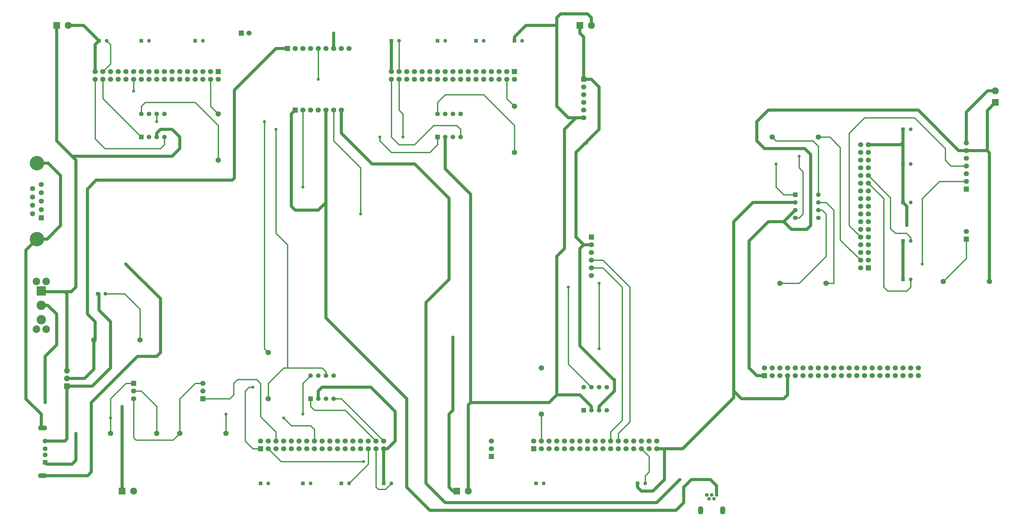
<source format=gbr>
G04 DipTrace 3.3.1.3*
G04 Bottom.gbr*
%MOIN*%
G04 #@! TF.FileFunction,Copper,L2,Bot*
G04 #@! TF.Part,Single*
%AMOUTLINE0*
4,1,8,
-0.009039,0.021824,
0.009039,0.021824,
0.021824,0.009039,
0.021824,-0.009039,
0.009039,-0.021824,
-0.009039,-0.021824,
-0.021824,-0.009039,
-0.021824,0.009039,
-0.009039,0.021824,
0*%
G04 #@! TA.AperFunction,Conductor*
%ADD13C,0.03937*%
%ADD14C,0.016*%
G04 #@! TA.AperFunction,ComponentPad*
%ADD16C,0.07*%
%ADD17C,0.07*%
%ADD18R,0.066929X0.066929*%
%ADD19C,0.066929*%
%ADD20C,0.05*%
%ADD21R,0.05X0.05*%
%ADD22R,0.090551X0.090551*%
%ADD23C,0.090551*%
%ADD24R,0.066535X0.066535*%
%ADD25C,0.066535*%
%ADD26C,0.187402*%
%ADD27C,0.062992*%
%ADD28R,0.062992X0.062992*%
%ADD29O,0.11811X0.062992*%
%ADD31R,0.074803X0.074803*%
%ADD32C,0.074803*%
%ADD33R,0.122047X0.122047*%
%ADD34C,0.122047*%
%ADD35C,0.098425*%
%ADD36R,0.059055X0.059055*%
%ADD37C,0.059055*%
%ADD38C,0.047244*%
%ADD39O,0.066929X0.106299*%
G04 #@! TA.AperFunction,ViaPad*
%ADD40C,0.04*%
G04 #@! TA.AperFunction,ComponentPad*
%ADD98OUTLINE0*%
%FSLAX26Y26*%
G04*
G70*
G90*
G75*
G01*
G04 Bottom*
%LPD*%
X1159055Y2283858D2*
D13*
X1388976D1*
X1509055Y2403937D1*
Y2783858D1*
X1524016D1*
Y3018898D1*
X1424016Y3118898D1*
Y4745446D1*
X1538055Y4859486D1*
X3306276D1*
X3335278Y4888488D1*
Y6030160D1*
X3874016Y6568898D1*
X4024016D1*
X13224016Y5868898D2*
X13120016Y5764898D1*
Y5243898D1*
X12849016D1*
X1159055Y2383858D2*
Y3383858D1*
X1132016Y3410898D1*
X832016D1*
X824016Y3418898D1*
X1024016Y6868898D2*
Y5368898D1*
X1224016Y5168898D1*
X2524016D1*
X2624016Y5268898D1*
Y5418898D1*
X2524016Y5518898D1*
X2374016D1*
X2324016Y5468898D1*
Y5418898D1*
X1132016Y3410898D2*
X1216016D1*
X1274016Y3468898D1*
Y5118898D1*
X1224016Y5168898D1*
X8074016Y1868898D2*
Y1918898D1*
X8274016Y2118898D1*
Y2268898D1*
X1874016Y1918898D2*
Y818898D1*
X6174016Y2818898D2*
Y1868898D1*
X12849016Y5243898D2*
X12749016D1*
X12224016Y5768898D1*
X10274016D1*
X10124016Y5618898D1*
Y5368898D1*
X10224016Y5268898D1*
X10747543D1*
X10824016Y5192425D1*
Y4268898D1*
X10774016Y4218898D1*
X10574016D1*
X10474016Y4318898D1*
X10624016Y4468898D1*
X13120016Y5243898D2*
X13149016Y5214898D1*
Y3543898D1*
X10224016Y2318898D2*
X10124016D1*
X10024016Y2418898D1*
Y4068898D1*
X10274016Y4318898D1*
X10474016D1*
X7874016Y6168898D2*
Y6718898D1*
X7824016Y6768898D1*
Y6868898D1*
X7911020Y5339370D2*
Y5355902D1*
X8074016Y5518898D1*
Y6068898D1*
X7974016Y6168898D1*
X7874016D1*
X7974016Y4018898D2*
X7874016D1*
X7774016Y4118898D1*
Y5218898D1*
X7894488Y5339370D1*
X7911020D1*
X8274016Y2268898D2*
X8262543D1*
X7824016Y2707425D1*
Y3968898D1*
X7874016Y4018898D1*
X6174016Y1868898D2*
X6124016Y1818898D1*
Y868898D1*
X6174016Y818898D1*
X6224016D1*
X6074016Y5418898D2*
Y5005917D1*
X6403016Y4676917D1*
Y1968898D1*
X7424016D1*
X7524016Y2068898D1*
X7824016D1*
X7974016Y1918898D1*
Y1868898D1*
X874016Y1468898D2*
X1130051D1*
X1159055Y1497902D1*
Y2183858D1*
X5274016Y918898D2*
Y1368898D1*
X12849016Y5343898D2*
Y5743898D1*
X13124016Y6018898D1*
X13224016D1*
X8574016Y918898D2*
Y868898D1*
X8624016Y818898D1*
X8774016D1*
X8924016Y968898D1*
Y1368898D1*
X8824016D1*
X1524016Y6268898D2*
Y6618898D1*
X1574016Y6668898D1*
X7524016Y2068898D2*
Y3868898D1*
X7624016Y3968898D1*
X7874016Y5668898D2*
X7674016D1*
X7524016Y5818898D1*
Y6868898D1*
X7124016D1*
X6974016Y6718898D1*
Y6668898D1*
X8824016Y1368898D2*
X9160232D1*
X9824016Y2032681D1*
Y2118898D1*
Y2818898D1*
X4624016Y6768898D2*
Y6568898D1*
X11574016Y5318898D2*
X11995016D1*
X12024016Y5347898D1*
Y5068898D1*
X6374016Y818898D2*
Y1939898D1*
X6403016Y1968898D1*
X5374016Y6668898D2*
Y6268898D1*
X12024016Y4068898D2*
Y3568898D1*
Y5347898D2*
Y5518898D1*
X1159055Y2183858D2*
X1488976D1*
X1724016Y2418898D1*
Y3018898D1*
X1574016Y3168898D1*
Y3383858D1*
X1559055D1*
X5274016Y1368898D2*
X5324016D1*
X5424016Y1468898D1*
Y1852890D1*
X5108008Y2168898D1*
X4474016D1*
X4424016Y2118898D1*
Y2018898D1*
X9824016Y2818898D2*
Y4318898D1*
X10074016Y4568898D1*
X10624016D1*
X9824016Y2118898D2*
X9924016Y2018898D1*
X10474016D1*
X10524016Y2068898D1*
Y2318898D1*
X1574016Y6668898D2*
X1374016Y6868898D1*
X1174016D1*
X7524016D2*
Y6968898D1*
X7574016Y7018898D1*
X7924016D1*
X7974016Y6968898D1*
Y6868898D1*
X7624016Y3968898D2*
Y5518898D1*
X7774016Y5668898D1*
X7874016D1*
X12024016Y4568898D2*
X12074016Y4518898D1*
Y4268898D1*
X12024016Y5068898D2*
Y4568898D1*
X768110Y5078937D2*
X913976D1*
X1074016Y4918898D1*
Y4268898D1*
X900197Y4095079D1*
X768110D1*
X624409Y3951378D1*
Y3771832D1*
Y2018504D1*
X824016Y1818898D1*
Y1640157D1*
X840551D1*
Y1022047D2*
X1427165D1*
X1474016Y1068898D1*
Y1968898D1*
X2074016Y2568898D1*
X2324016D1*
X2374016Y2618898D1*
Y3318898D1*
X1921081Y3771832D1*
X7974016Y2168898D2*
D14*
X7674016Y2468898D1*
Y3468898D1*
X11024016Y3518898D2*
X11124016D1*
Y4468898D1*
X11024016Y4568898D1*
X10924016D1*
X3774016Y2618898D2*
X3724016Y2668898D1*
Y5618898D1*
X2924016Y2218898D2*
X2824016D1*
X2624016Y2018898D1*
Y1568898D1*
X2539016Y1483898D1*
X2053016D1*
X2024016Y1512898D1*
Y2018898D1*
X1624016Y6168898D2*
Y5918898D1*
X2124016Y5418898D1*
X5224016D2*
Y5368898D1*
X5374016Y5218898D1*
X5874016D1*
X5974016Y5318898D1*
Y5418898D1*
X5524016D2*
Y5718898D1*
X5474016Y5768898D1*
Y6168898D1*
X6274016Y5418898D2*
Y5518898D1*
X6224016Y5568898D1*
X5924016D1*
X5674016Y5318898D1*
X5474016D1*
X5374016Y5418898D1*
Y6168898D1*
X1524016D2*
Y5397370D1*
X1652488Y5268898D1*
X2374016D1*
X2424016Y5318898D1*
Y5418898D1*
X10674016Y5168898D2*
Y5018898D1*
X10724016Y4968898D1*
Y4418898D1*
X10674016Y4368898D1*
X10624016D1*
X7324016Y1468898D2*
Y1818898D1*
X5274016Y1468898D2*
X4724016Y2018898D1*
X4624016D1*
X10374016Y5068898D2*
Y4768898D1*
X10474016Y4668898D1*
X10624016D1*
X3224016Y1818898D2*
Y1568898D1*
X4324016Y2318898D2*
X4224016Y2218898D1*
Y1818898D1*
X5174016Y1468898D2*
X4774016Y1868898D1*
X4374016D1*
X4324016Y1918898D1*
Y2018898D1*
X874016Y1193307D2*
D13*
X898425Y1168898D1*
X1224016D1*
X1274016Y1218898D1*
Y1568898D1*
X874016Y1968898D2*
Y2568898D1*
X1024016Y2718898D1*
Y3118898D1*
X909055Y3233858D1*
X824016D1*
X3124016Y5118898D2*
D14*
Y5568898D1*
X2824016Y5868898D1*
X2174016D1*
X2124016Y5818898D1*
Y5718898D1*
X10324016Y5418898D2*
X10374016Y5368898D1*
X10856016D1*
X10924016Y5300898D1*
Y4668898D1*
X4124016Y5768898D2*
D13*
X4074016Y5718898D1*
Y4518898D1*
X4124016Y4468898D1*
X4424016D1*
X4524016Y4568898D1*
Y5768898D1*
Y3068898D1*
X5574016Y2018898D1*
Y868898D1*
X5874016Y568898D1*
X9074016D1*
X9174016Y668898D1*
Y868898D1*
X9274016Y968898D1*
X9521000D1*
X9600000Y889898D1*
Y768898D1*
X3574016Y2168898D2*
D14*
X3524016D1*
X3474016Y2118898D1*
Y1468898D1*
X3574016Y1368898D1*
X3674016D1*
X6974016Y5218898D2*
Y5568898D1*
X6574016Y5968898D1*
X6074016D1*
X5974016Y5868898D1*
Y5718898D1*
X5015016Y1202437D2*
X3940476D1*
X3774016Y1368898D1*
X1659055Y3383858D2*
X1909055D1*
X2109055Y3183858D1*
Y2783858D1*
X4424016Y6168898D2*
Y6568898D1*
X2024016Y6015906D2*
Y6168898D1*
X7974016Y3818898D2*
X8124016D1*
X8474016Y3468898D1*
Y1718898D1*
X8324016Y1568898D1*
Y1468898D1*
X7974016Y3718898D2*
X8124016D1*
X8374016Y3468898D1*
Y1739299D1*
X8224016Y1589299D1*
Y1468898D1*
X2924016Y2018898D2*
X3274016D1*
X3324016Y2068898D1*
Y2218898D1*
X3374016Y2268898D1*
X3624016D1*
X3674192Y2218722D1*
Y1788356D1*
X3874016Y1588531D1*
Y1468898D1*
X12849016Y4843898D2*
X12499016D1*
X12274016Y4618898D1*
Y3768898D1*
X11474016Y4118898D2*
X11324016Y4268898D1*
Y5469362D1*
X11523551Y5668898D1*
X12174016D1*
X12574016Y5268898D1*
Y5118898D1*
X12649016Y5043898D1*
X12849016D1*
X3974016Y1768898D2*
X4074016Y1668898D1*
X4324016D1*
X4374016Y1618898D1*
Y1468898D1*
X2024016Y2218898D2*
X1924016D1*
X1724016Y2018898D1*
Y1768898D1*
Y1568898D1*
X10424016Y3518898D2*
X10674016D1*
X11024016Y3868898D1*
Y4418898D1*
X10974016Y4468898D1*
X10924016D1*
X4524016Y2318898D2*
Y2368898D1*
X4474016Y2418898D1*
X4024016D1*
X3974016D1*
X3774016Y2218898D1*
Y2018898D1*
X2324016Y5618898D2*
Y5718898D1*
X4024016Y2418898D2*
Y4018898D1*
X3874016Y4168898D1*
Y5518898D1*
X8074016Y2668898D2*
Y3518898D1*
X4724016Y5768898D2*
D13*
Y5468898D1*
X5124016Y5068898D1*
X5677398D1*
X6124016Y4622280D1*
Y3568898D1*
X5824016Y3268898D1*
Y918898D1*
X6074016Y668898D1*
X8824016D1*
X9124016Y968898D1*
X4974016Y4418898D2*
D14*
Y5018898D1*
X4624016Y5368898D1*
Y5768898D1*
X4224016Y4771583D2*
Y5768898D1*
X2024016Y2118898D2*
X2124016D1*
X2324016Y1918898D1*
Y1568898D1*
X6874016Y6168898D2*
Y5918898D1*
X6974016Y5818898D1*
X3024016Y6168898D2*
Y5818898D1*
X3124016Y5718898D1*
X11474016Y3818898D2*
X11208383Y4084530D1*
Y5284530D1*
X11074016Y5418898D1*
X10924016D1*
X12549016Y3543898D2*
X12849016Y3843898D1*
Y4093898D1*
X5374016Y918898D2*
X5299016Y843898D1*
X5203016D1*
X5174016Y872898D1*
Y1368898D1*
X4824016Y918898D2*
X5074016Y1168898D1*
Y1368898D1*
X8674016Y918898D2*
Y1018898D1*
X8724016Y1068898D1*
Y1268898D1*
X8624016Y1368898D1*
X1674016Y6668898D2*
X1724016Y6618898D1*
Y6368898D1*
X1624016Y6268898D1*
X12124016Y4068898D2*
Y4114898D1*
X12070016Y4168898D1*
X11924016D1*
X11861731Y4231182D1*
Y4631182D1*
X11574016Y4918898D1*
X12124016Y3568898D2*
Y3468898D1*
X12074016Y3418898D1*
X11824016D1*
X11774016Y3468898D1*
Y4618898D1*
X11574016Y4818898D1*
X5474016Y6668898D2*
Y6268898D1*
D40*
X1921081Y3771832D3*
X624409D3*
X1274016Y1568898D3*
X874016Y1968898D3*
X9124016Y968898D3*
D3*
X7911020Y5339370D3*
X1874016Y1918898D3*
X6174016Y1868898D3*
X8274016Y2268898D3*
X6174016Y2818898D3*
X9824016D3*
X4624016Y6768898D3*
X12074016Y4268898D3*
X7624016Y3968898D3*
X7674016Y3468898D3*
X3724016Y5618898D3*
X5224016Y5418898D3*
X5524016D3*
X10674016Y5168898D3*
X10374016Y5068898D3*
X3224016Y1818898D3*
X4224016D3*
X3574016Y2168898D3*
X5015016Y1202437D3*
X4424016Y6168898D3*
X2024016Y6015906D3*
X12274016Y3768898D3*
X3974016Y1768898D3*
X1724016D3*
X2324016Y5618898D3*
X3874016Y5518898D3*
X8074016Y3518898D3*
Y2668898D3*
X4974016Y4418898D3*
X4224016Y4771583D3*
D16*
X3774016Y2018898D3*
D17*
Y2618898D3*
D16*
X13149016Y3543898D3*
D17*
X12549016D3*
D18*
X7974016Y4118898D3*
D19*
Y4018898D3*
Y3918898D3*
Y3818898D3*
Y3718898D3*
Y3618898D3*
D18*
X7874016Y6168898D3*
D19*
Y6068898D3*
Y5968898D3*
Y5868898D3*
Y5768898D3*
Y5668898D3*
D20*
X1659055Y3383858D3*
D21*
X1559055D3*
D20*
X3774016Y918898D3*
D21*
X3674016D3*
D20*
X5374016D3*
D21*
X5274016D3*
D20*
X4824016D3*
D21*
X4724016D3*
D20*
X4324016D3*
D21*
X4224016D3*
D20*
X7355512D3*
D21*
X7255512D3*
D20*
X8674016D3*
D21*
X8574016D3*
D20*
X2224016Y6668898D3*
D21*
X2124016D3*
D20*
X1674016D3*
D21*
X1574016D3*
D20*
X2924016D3*
D21*
X2824016D3*
D20*
X12124016Y5518898D3*
D21*
X12024016D3*
D20*
X12124016Y5068898D3*
D21*
X12024016D3*
D20*
X12124016Y4568898D3*
D21*
X12024016D3*
D20*
X12124016Y4068898D3*
D21*
X12024016D3*
D20*
X12124016Y3568898D3*
D21*
X12024016D3*
D20*
X5474016Y6668898D3*
D21*
X5374016D3*
D20*
X6074016D3*
D21*
X5974016D3*
D20*
X6574016D3*
D21*
X6474016D3*
D20*
X7074016D3*
D21*
X6974016D3*
D18*
X2924016Y2018898D3*
D19*
Y2118898D3*
Y2218898D3*
D18*
X4024016Y6568898D3*
D19*
X4124016D3*
X4224016D3*
X4324016D3*
X4424016D3*
X4524016D3*
X4624016D3*
X4724016D3*
X4824016D3*
D18*
X12849016Y4093898D3*
D19*
Y4193898D3*
D18*
X3124016Y6268898D3*
D19*
Y6168898D3*
X3024016Y6268898D3*
Y6168898D3*
X2924016Y6268898D3*
Y6168898D3*
X2824016Y6268898D3*
Y6168898D3*
X2724016Y6268898D3*
Y6168898D3*
X2624016Y6268898D3*
Y6168898D3*
X2524016Y6268898D3*
Y6168898D3*
X2424016Y6268898D3*
Y6168898D3*
X2324016Y6268898D3*
Y6168898D3*
X2224016Y6268898D3*
Y6168898D3*
X2124016Y6268898D3*
Y6168898D3*
X2024016Y6268898D3*
Y6168898D3*
X1924016Y6268898D3*
Y6168898D3*
X1824016Y6268898D3*
Y6168898D3*
X1724016Y6268898D3*
Y6168898D3*
X1624016Y6268898D3*
Y6168898D3*
X1524016Y6268898D3*
Y6168898D3*
D18*
X6974016Y6268898D3*
D19*
Y6168898D3*
X6874016Y6268898D3*
Y6168898D3*
X6774016Y6268898D3*
Y6168898D3*
X6674016Y6268898D3*
Y6168898D3*
X6574016Y6268898D3*
Y6168898D3*
X6474016Y6268898D3*
Y6168898D3*
X6374016Y6268898D3*
Y6168898D3*
X6274016Y6268898D3*
Y6168898D3*
X6174016Y6268898D3*
Y6168898D3*
X6074016Y6268898D3*
Y6168898D3*
X5974016Y6268898D3*
Y6168898D3*
X5874016Y6268898D3*
Y6168898D3*
X5774016Y6268898D3*
Y6168898D3*
X5674016Y6268898D3*
Y6168898D3*
X5574016Y6268898D3*
Y6168898D3*
X5474016Y6268898D3*
Y6168898D3*
X5374016Y6268898D3*
Y6168898D3*
D18*
X11574016Y3718898D3*
D19*
X11474016D3*
X11574016Y3818898D3*
X11474016D3*
X11574016Y3918898D3*
X11474016D3*
X11574016Y4018898D3*
X11474016D3*
X11574016Y4118898D3*
X11474016D3*
X11574016Y4218898D3*
X11474016D3*
X11574016Y4318898D3*
X11474016D3*
X11574016Y4418898D3*
X11474016D3*
X11574016Y4518898D3*
X11474016D3*
X11574016Y4618898D3*
X11474016D3*
X11574016Y4718898D3*
X11474016D3*
X11574016Y4818898D3*
X11474016D3*
X11574016Y4918898D3*
X11474016D3*
X11574016Y5018898D3*
X11474016D3*
X11574016Y5118898D3*
X11474016D3*
X11574016Y5218898D3*
X11474016D3*
X11574016Y5318898D3*
X11474016D3*
D18*
X7224016Y1368898D3*
D19*
Y1468898D3*
X7324016Y1368898D3*
Y1468898D3*
X7424016Y1368898D3*
Y1468898D3*
X7524016Y1368898D3*
Y1468898D3*
X7624016Y1368898D3*
Y1468898D3*
X7724016Y1368898D3*
Y1468898D3*
X7824016Y1368898D3*
Y1468898D3*
X7924016Y1368898D3*
Y1468898D3*
X8024016Y1368898D3*
Y1468898D3*
X8124016Y1368898D3*
Y1468898D3*
X8224016Y1368898D3*
Y1468898D3*
X8324016Y1368898D3*
Y1468898D3*
X8424016Y1368898D3*
Y1468898D3*
X8524016Y1368898D3*
Y1468898D3*
X8624016Y1368898D3*
Y1468898D3*
X8724016Y1368898D3*
Y1468898D3*
X8824016Y1368898D3*
Y1468898D3*
D18*
X3674016Y1368898D3*
D19*
Y1468898D3*
X3774016Y1368898D3*
Y1468898D3*
X3874016Y1368898D3*
Y1468898D3*
X3974016Y1368898D3*
Y1468898D3*
X4074016Y1368898D3*
Y1468898D3*
X4174016Y1368898D3*
Y1468898D3*
X4274016Y1368898D3*
Y1468898D3*
X4374016Y1368898D3*
Y1468898D3*
X4474016Y1368898D3*
Y1468898D3*
X4574016Y1368898D3*
Y1468898D3*
X4674016Y1368898D3*
Y1468898D3*
X4774016Y1368898D3*
Y1468898D3*
X4874016Y1368898D3*
Y1468898D3*
X4974016Y1368898D3*
Y1468898D3*
X5074016Y1368898D3*
Y1468898D3*
X5174016Y1368898D3*
Y1468898D3*
X5274016Y1368898D3*
Y1468898D3*
D22*
X7824016Y6868898D3*
D23*
X7974016D3*
D24*
X824016Y4368898D3*
D25*
Y4477953D3*
Y4587008D3*
Y4696063D3*
Y4805118D3*
X712205Y4423425D3*
Y4532480D3*
Y4641535D3*
Y4750591D3*
D26*
X768111Y4095079D3*
Y5078937D3*
D18*
X3424016Y6768898D3*
D19*
X3524016D3*
D22*
X1024016Y6868898D3*
D23*
X1174016D3*
D22*
X6224016Y818898D3*
D23*
X6374016D3*
D18*
X10224016Y2318898D3*
D19*
Y2418898D3*
X10324016Y2318898D3*
Y2418898D3*
X10424016Y2318898D3*
Y2418898D3*
X10524016Y2318898D3*
Y2418898D3*
X10624016Y2318898D3*
Y2418898D3*
X10724016Y2318898D3*
Y2418898D3*
X10824016Y2318898D3*
Y2418898D3*
X10924016Y2318898D3*
Y2418898D3*
X11024016Y2318898D3*
Y2418898D3*
X11124016Y2318898D3*
Y2418898D3*
X11224016Y2318898D3*
Y2418898D3*
X11324016Y2318898D3*
Y2418898D3*
X11424016Y2318898D3*
Y2418898D3*
X11524016Y2318898D3*
Y2418898D3*
X11624016Y2318898D3*
Y2418898D3*
X11724016Y2318898D3*
Y2418898D3*
X11824016Y2318898D3*
Y2418898D3*
X11924016Y2318898D3*
Y2418898D3*
X12024016Y2318898D3*
Y2418898D3*
X12124016Y2318898D3*
Y2418898D3*
X12224016Y2318898D3*
Y2418898D3*
D22*
X13224016Y5868898D3*
D23*
Y6018898D3*
D27*
X874016Y1468898D3*
Y1370472D3*
Y1291732D3*
D28*
Y1193307D3*
D29*
X840551Y1640157D3*
Y1022047D3*
D22*
X1874016Y818898D3*
D23*
X2024016D3*
D18*
X4124016Y5768898D3*
D19*
X4224016D3*
X4324016D3*
X4424016D3*
X4524016D3*
X4624016D3*
X4724016D3*
D16*
X1724016Y1568898D3*
D17*
X2324016D3*
D16*
X3224016D3*
D17*
X2624016D3*
D16*
X7324016Y2418898D3*
D17*
Y1818898D3*
D16*
X3124016Y5118898D3*
D17*
Y5718898D3*
D16*
X6974016Y5818898D3*
D17*
Y5218898D3*
D16*
X10924016Y5418898D3*
D17*
X10324016D3*
D16*
X2109055Y2783858D3*
D17*
X1509055D3*
D16*
X10424016Y3518898D3*
D17*
X11024016D3*
D31*
X1159055Y2183858D3*
D32*
Y2283858D3*
Y2383858D3*
D18*
X2024016Y2218898D3*
D19*
Y2118898D3*
Y2018898D3*
D18*
X6674016Y1268898D3*
D19*
Y1368898D3*
Y1468898D3*
D33*
X824016Y3418898D3*
D34*
Y3233858D3*
Y3048819D3*
D35*
X886614Y2923819D3*
X761417D3*
Y3543898D3*
X886614D3*
D36*
X2124016Y5418898D3*
D37*
X2224016D3*
X2324016D3*
X2424016D3*
Y5718898D3*
X2324016D3*
X2224016D3*
X2124016D3*
D36*
X5974016Y5418898D3*
D37*
X6074016D3*
X6174016D3*
X6274016D3*
Y5718898D3*
X6174016D3*
X6074016D3*
X5974016D3*
D36*
X10624016Y4668898D3*
D37*
Y4568898D3*
Y4468898D3*
Y4368898D3*
X10924016D3*
Y4468898D3*
Y4568898D3*
Y4668898D3*
D36*
X4324016Y2018898D3*
D37*
X4424016D3*
X4524016D3*
X4624016D3*
Y2318898D3*
X4524016D3*
X4424016D3*
X4324016D3*
D36*
X7874016Y1868898D3*
D37*
X7974016D3*
X8074016D3*
X8174016D3*
Y2168898D3*
X8074016D3*
X7974016D3*
X7874016D3*
D18*
X12849016Y4743898D3*
D19*
Y4843898D3*
Y4943898D3*
Y5043898D3*
Y5143898D3*
Y5243898D3*
Y5343898D3*
D98*
X9474016Y768898D3*
D38*
X9505512Y721654D3*
X9537008Y768898D3*
X9568504Y721654D3*
X9600000Y768898D3*
D39*
X9393307Y570079D3*
X9680709D3*
M02*

</source>
